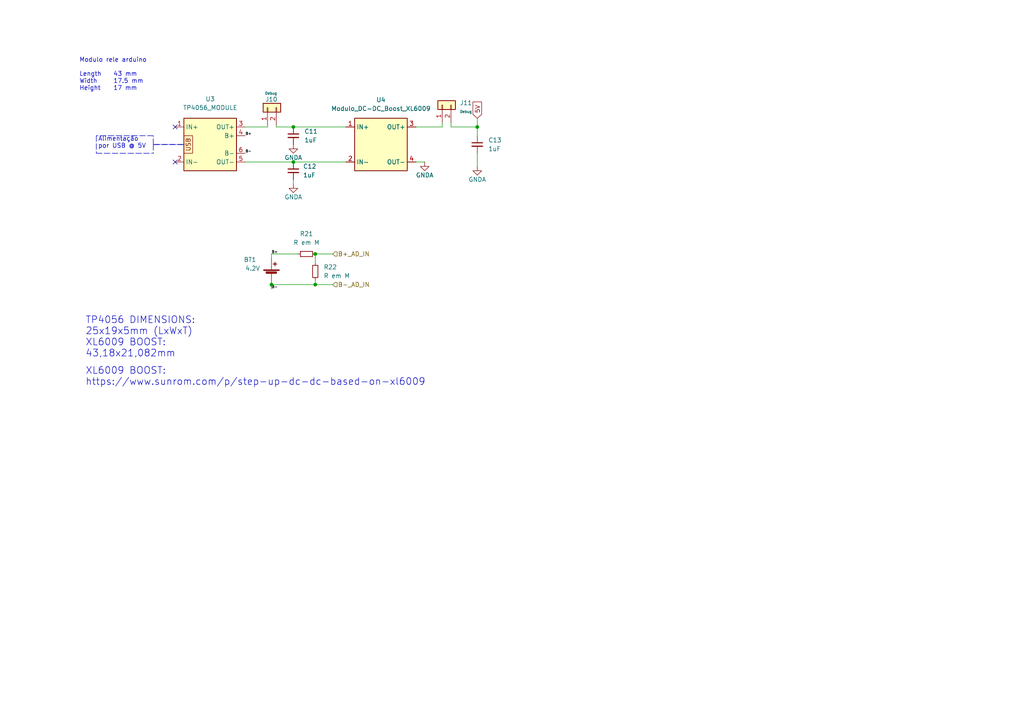
<source format=kicad_sch>
(kicad_sch (version 20211123) (generator eeschema)
  (paper "A4")
  (lib_symbols
    (symbol "Connector_Generic:Conn_01x02" (pin_names (offset 1.016) hide)
      (property "Reference" "J" (at 0 2.54 0))
      (property "Value" "Conn_01x02" (at 0 -5.08 0))
      (symbol "Conn_01x02_1_1"
        (rectangle (start -1.27 -2.413) (end 0 -2.667) (stroke (width 0.1524)))
        (rectangle (start -1.27 0.127) (end 0 -0.127) (stroke (width 0.1524)))
        (rectangle (start -1.27 1.27) (end 1.27 -3.81) (stroke (width 0.254)) (fill (type background)))
        (pin passive line (at -5.08 0 0) (length 3.81) (name "Pin_1") (number "1"))
        (pin passive line (at -5.08 -2.54 0) (length 3.81) (name "Pin_2") (number "2"))
      )
    )
    (symbol "Device:Battery_Cell" (pin_numbers hide) (pin_names (offset 0) hide)
      (property "Reference" "BT" (at 2.54 2.54 0))
      (property "Value" "Battery_Cell" (at 2.54 0 0))
      (symbol "Battery_Cell_0_1"
        (rectangle (start -2.286 1.778) (end 2.286 1.524) (fill (type outline)))
        (rectangle (start -1.5748 1.1938) (end 1.4732 0.6858) (fill (type outline)))
        (polyline (pts (xy 0 0.762) (xy 0 0)))
        (polyline (pts (xy 0 1.778) (xy 0 2.54)))
        (polyline (pts (xy 0.508 3.429) (xy 1.524 3.429)) (stroke (width 0.254)))
        (polyline (pts (xy 1.016 3.937) (xy 1.016 2.921)) (stroke (width 0.254)))
      )
      (symbol "Battery_Cell_1_1"
        (pin passive line (at 0 5.08 270) (length 2.54) (name "+") (number "1"))
        (pin passive line (at 0 -2.54 90) (length 2.54) (name "-") (number "2"))
      )
    )
    (symbol "Device:C_Small" (pin_numbers hide) (pin_names (offset 0.254) hide)
      (property "Reference" "C" (at 0.254 1.778 0))
      (property "Value" "C_Small" (at 0.254 -2.032 0))
      (symbol "C_Small_0_1"
        (polyline (pts (xy -1.524 -0.508) (xy 1.524 -0.508)) (stroke (width 0.3302)))
        (polyline (pts (xy -1.524 0.508) (xy 1.524 0.508)) (stroke (width 0.3048)))
      )
      (symbol "C_Small_1_1"
        (pin passive line (at 0 2.54 270) (length 2.032) (name "~") (number "1"))
        (pin passive line (at 0 -2.54 90) (length 2.032) (name "~") (number "2"))
      )
    )
    (symbol "Device:R_Small" (pin_numbers hide) (pin_names (offset 0.254) hide)
      (property "Reference" "R" (at 0.762 0.508 0))
      (property "Value" "R_Small" (at 0.762 -1.016 0))
      (symbol "R_Small_0_1"
        (rectangle (start -0.762 1.778) (end 0.762 -1.778) (stroke (width 0.2032)))
      )
      (symbol "R_Small_1_1"
        (pin passive line (at 0 2.54 270) (length 0.762) (name "~") (number "1"))
        (pin passive line (at 0 -2.54 90) (length 0.762) (name "~") (number "2"))
      )
    )
    (symbol "adelson:Modulo_DC-DC_Boost_XL6009"
      (property "Reference" "U" (at -7.62 11.43 0))
      (property "Value" "Modulo_DC-DC_Boost_XL6009" (at 6.35 8.89 0))
      (symbol "Modulo_DC-DC_Boost_XL6009_1_1"
        (rectangle (start -7.62 7.62) (end 7.62 -7.62) (stroke (width 0.254)) (fill (type background)))
        (pin input line (at -10.16 5.08 0) (length 2.54) (name "IN+") (number "1"))
        (pin input line (at -10.16 -5.08 0) (length 2.54) (name "IN-") (number "2"))
        (pin output line (at 10.16 5.08 180) (length 2.54) (name "OUT+") (number "3"))
        (pin output line (at 10.16 -5.08 180) (length 2.54) (name "OUT-") (number "4"))
      )
    )
    (symbol "adelson:TP4056_MODULE"
      (property "Reference" "U" (at -6.35 13.97 0))
      (property "Value" "TP4056_MODULE" (at 1.27 11.43 0))
      (symbol "TP4056_MODULE_0_0"
        (text "USB" (at -6.35 2.54 900) (effects (font (size 1.27 1.27))))
      )
      (symbol "TP4056_MODULE_0_1"
        (rectangle (start -7.62 0) (end -5.08 5.08))
      )
      (symbol "TP4056_MODULE_1_1"
        (rectangle (start -7.62 10.16) (end 7.62 -5.08) (stroke (width 0.254)) (fill (type background)))
        (pin input line (at -10.16 7.62 0) (length 2.54) (name "IN+") (number "1"))
        (pin input line (at -10.16 -2.54 0) (length 2.54) (name "IN-") (number "2"))
        (pin output line (at 10.16 7.62 180) (length 2.54) (name "OUT+") (number "3"))
        (pin output line (at 10.16 5.08 180) (length 2.54) (name "B+") (number "4"))
        (pin output line (at 10.16 -2.54 180) (length 2.54) (name "OUT-") (number "5"))
        (pin output line (at 10.16 0 180) (length 2.54) (name "B-") (number "6"))
      )
    )
    (symbol "power:GNDA" (power) (pin_names (offset 0))
      (property "Value" "GNDA" (at 0 -3.81 0))
      (symbol "GNDA_0_1"
        (polyline (pts (xy 0 0) (xy 0 -1.27) (xy 1.27 -1.27) (xy 0 -2.54) (xy -1.27 -1.27) (xy 0 -1.27)))
      )
      (symbol "GNDA_1_1"
        (pin power_in line (at 0 0 270) (length 0) hide (name "GNDA") (number "1"))
      )
    )
  )
  (junction (at 78.74 82.55))
  (junction (at 138.43 36.83))
  (junction (at 91.44 73.66))
  (junction (at 91.44 82.55))
  (junction (at 85.09 46.99))
  (junction (at 85.09 36.83))
  (no_connect (at 50.8 46.99))
  (no_connect (at 50.8 36.83))
  (polyline (pts (xy 53.34 41.91) (xy 44.45 41.91)))
  (wire (pts (xy 91.44 76.2) (xy 91.44 73.66)))
  (wire (pts (xy 120.65 46.99) (xy 123.19 46.99)))
  (wire (pts (xy 80.137 36.83) (xy 80.137 36.322)))
  (polyline (pts (xy 44.45 41.91) (xy 53.34 41.91)))
  (wire (pts (xy 138.43 36.83) (xy 138.43 39.37)))
  (polyline (pts (xy 27.94 39.37) (xy 27.94 44.45)))
  (polyline (pts (xy 44.45 39.37) (xy 27.94 39.37)))
  (wire (pts (xy 91.44 82.55) (xy 96.52 82.55)))
  (wire (pts (xy 78.74 73.66) (xy 86.36 73.66)))
  (wire (pts (xy 120.65 36.83) (xy 128.27 36.83)))
  (wire (pts (xy 85.09 36.83) (xy 80.137 36.83)))
  (wire (pts (xy 78.74 82.55) (xy 91.44 82.55)))
  (wire (pts (xy 130.81 35.56) (xy 130.81 36.83)))
  (wire (pts (xy 78.74 73.66) (xy 78.74 74.93)))
  (wire (pts (xy 130.81 36.83) (xy 138.43 36.83)))
  (wire (pts (xy 138.43 44.45) (xy 138.43 48.26)))
  (wire (pts (xy 91.44 73.66) (xy 96.52 73.66)))
  (wire (pts (xy 77.597 36.322) (xy 77.597 36.83)))
  (wire (pts (xy 128.27 36.83) (xy 128.27 35.56)))
  (wire (pts (xy 85.09 52.07) (xy 85.09 53.34)))
  (wire (pts (xy 78.74 82.55) (xy 78.74 83.82)))
  (wire (pts (xy 85.09 46.99) (xy 100.33 46.99)))
  (wire (pts (xy 91.44 81.28) (xy 91.44 82.55)))
  (wire (pts (xy 85.09 36.83) (xy 100.33 36.83)))
  (wire (pts (xy 71.12 36.83) (xy 77.597 36.83)))
  (polyline (pts (xy 44.45 41.91) (xy 44.45 44.45)))
  (wire (pts (xy 71.12 46.99) (xy 85.09 46.99)))
  (wire (pts (xy 138.43 34.29) (xy 138.43 36.83)))
  (polyline (pts (xy 27.94 44.45) (xy 44.45 44.45)))
  (polyline (pts (xy 44.45 41.91) (xy 44.45 39.37)))
  (text "XL6009 BOOST:\nhttps://www.sunrom.com/p/step-up-dc-dc-based-on-xl6009" (at 24.765 112.014 0) (effects (font (size 2 2)) (justify left bottom)))
  (text "Modulo rele arduino\n\nLength	43 mm\nWidth	17.5 mm\nHeight	17 mm" (at 22.987 26.416 0) (effects (font (size 1.27 1.27)) (justify left bottom)))
  (text "Alimentação \npor USB @ 5V\n" (at 28.448 43.18 0) (effects (font (size 1.27 1.27)) (justify left bottom)))
  (text "TP4056 DIMENSIONS:\n25x19x5mm (LxWxT)\nXL6009 BOOST:\n43,18x21,082mm" (at 24.765 103.759 0) (effects (font (size 2 2)) (justify left bottom)))
  (label "B+" (at 71.12 39.37 0) (effects (font (size 0.75 0.75))))
  (label "B-" (at 78.74 83.82 0) (effects (font (size 0.75 0.75))))
  (label "B-" (at 71.12 44.45 0) (effects (font (size 0.75 0.75))))
  (label "B+" (at 78.74 73.66 0) (effects (font (size 0.75 0.75))))
  (global_label "5V" (shape input) (at 138.43 34.29 90) (property "Intersheet References" "${INTERSHEET_REFS}" (effects hide)))
  (hierarchical_label "B-_AD_IN" (shape input) (at 96.52 82.55 0))
  (hierarchical_label "B+_AD_IN" (shape input) (at 96.52 73.66 0))
  (symbol (lib_id "power:GNDA") (at 138.43 48.26 0) (unit 1)
    (property "Reference" "#PWR0119" (effects hide))
    (property "Value" "GNDA" (at 138.43 52.07 0))
  )
  (symbol (lib_id "Connector_Generic:Conn_01x02") (at 77.597 31.242 90) (unit 1)
    (property "Reference" "J10" (at 80.518 28.829 90) (effects (justify left)))
    (property "Value" "Debug" (at 80.391 27.051 90) (effects (font (size 0.75 0.75)) (justify left)))
    (property "Footprint" "Connector_PinHeader_2.54mm:PinHeader_1x02_P2.54mm_Vertical" (effects hide))
  )
  (symbol (lib_id "adelson:TP4056_MODULE") (at 60.96 44.45 0) (unit 1)
    (property "Reference" "U3" (at 60.96 28.702 0))
    (property "Value" "TP4056_MODULE" (at 60.96 31.242 0))
    (property "Footprint" "adelson:Módulo_TP4056" (effects hide))
  )
  (symbol (lib_id "Connector_Generic:Conn_01x02") (at 128.27 30.48 90) (unit 1)
    (property "Reference" "J11" (at 133.35 29.8449 90) (effects (justify right)))
    (property "Value" "Debug" (at 133.35 32.3849 90) (effects (font (size 0.75 0.75)) (justify right)))
    (property "Footprint" "Connector_PinHeader_2.54mm:PinHeader_1x02_P2.54mm_Vertical" (effects hide))
  )
  (symbol (lib_id "Device:Battery_Cell") (at 78.74 80.01 0) (unit 1)
    (property "Reference" "BT1" (at 72.517 75.311 0))
    (property "Value" "4.2V" (at 73.279 77.851 0))
    (property "Footprint" "Connector_PinHeader_2.54mm:PinHeader_1x02_P2.54mm_Vertical" (effects hide))
  )
  (symbol (lib_id "Device:R_Small") (at 88.9 73.66 90) (unit 1)
    (property "Reference" "R21" (at 88.9 67.818 90))
    (property "Value" "R em M" (at 88.9 70.358 90))
    (property "Footprint" "Resistor_SMD:R_0805_2012Metric_Pad1.20x1.40mm_HandSolder" (effects hide))
  )
  (symbol (lib_id "adelson:Modulo_DC-DC_Boost_XL6009") (at 110.49 41.91 0) (unit 1)
    (property "Reference" "U4" (at 110.49 28.956 0))
    (property "Value" "Modulo_DC-DC_Boost_XL6009" (at 110.49 31.496 0))
    (property "Footprint" "adelson:Modulo_DC-DC_Boost_XL6009" (effects hide))
  )
  (symbol (lib_id "Device:C_Small") (at 138.43 41.91 0) (unit 1)
    (property "Reference" "C13" (at 141.605 40.6462 0) (effects (justify left)))
    (property "Value" "1uF" (at 141.605 43.1862 0) (effects (justify left)))
    (property "Footprint" "Capacitor_SMD:C_0805_2012Metric" (effects hide))
  )
  (symbol (lib_id "power:GNDA") (at 85.09 41.91 0) (unit 1)
    (property "Reference" "#PWR0118" (effects hide))
    (property "Value" "GNDA" (at 85.09 45.72 0))
  )
  (symbol (lib_id "Device:C_Small") (at 85.09 39.37 0) (unit 1)
    (property "Reference" "C11" (at 88.265 38.1062 0) (effects (justify left)))
    (property "Value" "1uF" (at 88.265 40.6462 0) (effects (justify left)))
    (property "Footprint" "Capacitor_SMD:C_0805_2012Metric" (effects hide))
  )
  (symbol (lib_id "Device:C_Small") (at 85.09 49.53 0) (unit 1)
    (property "Reference" "C12" (at 87.884 48.2662 0) (effects (justify left)))
    (property "Value" "1uF" (at 87.884 50.8062 0) (effects (justify left)))
    (property "Footprint" "Capacitor_SMD:C_0805_2012Metric" (effects hide))
  )
  (symbol (lib_id "power:GNDA") (at 123.19 46.99 0) (unit 1)
    (property "Reference" "#PWR0120" (effects hide))
    (property "Value" "GNDA" (at 123.19 50.8 0))
  )
  (symbol (lib_id "Device:R_Small") (at 91.44 78.74 180) (unit 1)
    (property "Reference" "R22" (at 93.853 77.4699 0) (effects (justify right)))
    (property "Value" "R em M" (at 93.853 80.0099 0) (effects (justify right)))
    (property "Footprint" "Resistor_SMD:R_0805_2012Metric_Pad1.20x1.40mm_HandSolder" (effects hide))
  )
  (symbol (lib_id "power:GNDA") (at 85.09 53.34 0) (unit 1)
    (property "Reference" "#PWR0117" (effects hide))
    (property "Value" "GNDA" (at 85.09 57.15 0))
  )
)
</source>
